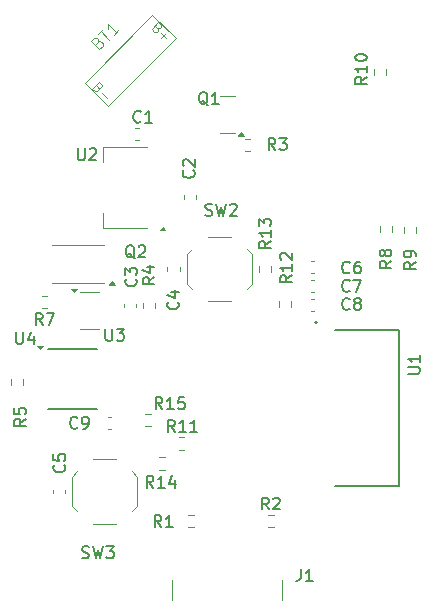
<source format=gbr>
%TF.GenerationSoftware,KiCad,Pcbnew,8.0.4*%
%TF.CreationDate,2024-08-11T09:47:25+05:30*%
%TF.ProjectId,Wrkshp_PCB_test,57726b73-6870-45f5-9043-425f74657374,rev?*%
%TF.SameCoordinates,Original*%
%TF.FileFunction,Legend,Top*%
%TF.FilePolarity,Positive*%
%FSLAX46Y46*%
G04 Gerber Fmt 4.6, Leading zero omitted, Abs format (unit mm)*
G04 Created by KiCad (PCBNEW 8.0.4) date 2024-08-11 09:47:25*
%MOMM*%
%LPD*%
G01*
G04 APERTURE LIST*
%ADD10C,0.150000*%
%ADD11C,0.100000*%
%ADD12C,0.120000*%
%ADD13C,0.127000*%
%ADD14C,0.200000*%
G04 APERTURE END LIST*
D10*
X154988419Y-71381857D02*
X154512228Y-71715190D01*
X154988419Y-71953285D02*
X153988419Y-71953285D01*
X153988419Y-71953285D02*
X153988419Y-71572333D01*
X153988419Y-71572333D02*
X154036038Y-71477095D01*
X154036038Y-71477095D02*
X154083657Y-71429476D01*
X154083657Y-71429476D02*
X154178895Y-71381857D01*
X154178895Y-71381857D02*
X154321752Y-71381857D01*
X154321752Y-71381857D02*
X154416990Y-71429476D01*
X154416990Y-71429476D02*
X154464609Y-71477095D01*
X154464609Y-71477095D02*
X154512228Y-71572333D01*
X154512228Y-71572333D02*
X154512228Y-71953285D01*
X154988419Y-70429476D02*
X154988419Y-71000904D01*
X154988419Y-70715190D02*
X153988419Y-70715190D01*
X153988419Y-70715190D02*
X154131276Y-70810428D01*
X154131276Y-70810428D02*
X154226514Y-70905666D01*
X154226514Y-70905666D02*
X154274133Y-71000904D01*
X153988419Y-69810428D02*
X153988419Y-69715190D01*
X153988419Y-69715190D02*
X154036038Y-69619952D01*
X154036038Y-69619952D02*
X154083657Y-69572333D01*
X154083657Y-69572333D02*
X154178895Y-69524714D01*
X154178895Y-69524714D02*
X154369371Y-69477095D01*
X154369371Y-69477095D02*
X154607466Y-69477095D01*
X154607466Y-69477095D02*
X154797942Y-69524714D01*
X154797942Y-69524714D02*
X154893180Y-69572333D01*
X154893180Y-69572333D02*
X154940800Y-69619952D01*
X154940800Y-69619952D02*
X154988419Y-69715190D01*
X154988419Y-69715190D02*
X154988419Y-69810428D01*
X154988419Y-69810428D02*
X154940800Y-69905666D01*
X154940800Y-69905666D02*
X154893180Y-69953285D01*
X154893180Y-69953285D02*
X154797942Y-70000904D01*
X154797942Y-70000904D02*
X154607466Y-70048523D01*
X154607466Y-70048523D02*
X154369371Y-70048523D01*
X154369371Y-70048523D02*
X154178895Y-70000904D01*
X154178895Y-70000904D02*
X154083657Y-69953285D01*
X154083657Y-69953285D02*
X154036038Y-69905666D01*
X154036038Y-69905666D02*
X153988419Y-69810428D01*
D11*
X132214069Y-68428238D02*
X132348756Y-68360895D01*
X132348756Y-68360895D02*
X132416100Y-68360895D01*
X132416100Y-68360895D02*
X132517115Y-68394567D01*
X132517115Y-68394567D02*
X132618130Y-68495582D01*
X132618130Y-68495582D02*
X132651802Y-68596597D01*
X132651802Y-68596597D02*
X132651802Y-68663941D01*
X132651802Y-68663941D02*
X132618130Y-68764956D01*
X132618130Y-68764956D02*
X132348756Y-69034330D01*
X132348756Y-69034330D02*
X131641650Y-68327223D01*
X131641650Y-68327223D02*
X131877352Y-68091521D01*
X131877352Y-68091521D02*
X131978367Y-68057849D01*
X131978367Y-68057849D02*
X132045711Y-68057849D01*
X132045711Y-68057849D02*
X132146726Y-68091521D01*
X132146726Y-68091521D02*
X132214069Y-68158864D01*
X132214069Y-68158864D02*
X132247741Y-68259880D01*
X132247741Y-68259880D02*
X132247741Y-68327223D01*
X132247741Y-68327223D02*
X132214069Y-68428238D01*
X132214069Y-68428238D02*
X131978367Y-68663941D01*
X132247741Y-67721132D02*
X132651802Y-67317071D01*
X133156878Y-68226208D02*
X132449772Y-67519101D01*
X133965001Y-67418086D02*
X133560940Y-67822147D01*
X133762970Y-67620116D02*
X133055863Y-66913009D01*
X133055863Y-66913009D02*
X133089535Y-67081368D01*
X133089535Y-67081368D02*
X133089535Y-67216055D01*
X133089535Y-67216055D02*
X133055863Y-67317070D01*
X137263521Y-67241363D02*
X137317395Y-67349112D01*
X137317395Y-67349112D02*
X137317395Y-67402987D01*
X137317395Y-67402987D02*
X137290458Y-67483799D01*
X137290458Y-67483799D02*
X137209646Y-67564611D01*
X137209646Y-67564611D02*
X137128834Y-67591549D01*
X137128834Y-67591549D02*
X137074959Y-67591549D01*
X137074959Y-67591549D02*
X136994147Y-67564611D01*
X136994147Y-67564611D02*
X136778647Y-67349112D01*
X136778647Y-67349112D02*
X137344333Y-66783427D01*
X137344333Y-66783427D02*
X137532895Y-66971989D01*
X137532895Y-66971989D02*
X137559832Y-67052801D01*
X137559832Y-67052801D02*
X137559832Y-67106676D01*
X137559832Y-67106676D02*
X137532895Y-67187488D01*
X137532895Y-67187488D02*
X137479020Y-67241363D01*
X137479020Y-67241363D02*
X137398208Y-67268300D01*
X137398208Y-67268300D02*
X137344333Y-67268300D01*
X137344333Y-67268300D02*
X137263521Y-67241363D01*
X137263521Y-67241363D02*
X137074959Y-67052801D01*
X137559832Y-67699298D02*
X137990830Y-68130297D01*
X137559832Y-68130297D02*
X137990830Y-67699298D01*
X132234578Y-72270307D02*
X132288452Y-72378056D01*
X132288452Y-72378056D02*
X132288452Y-72431931D01*
X132288452Y-72431931D02*
X132261515Y-72512743D01*
X132261515Y-72512743D02*
X132180703Y-72593555D01*
X132180703Y-72593555D02*
X132099891Y-72620493D01*
X132099891Y-72620493D02*
X132046016Y-72620493D01*
X132046016Y-72620493D02*
X131965204Y-72593555D01*
X131965204Y-72593555D02*
X131749704Y-72378056D01*
X131749704Y-72378056D02*
X132315390Y-71812371D01*
X132315390Y-71812371D02*
X132503952Y-72000933D01*
X132503952Y-72000933D02*
X132530889Y-72081745D01*
X132530889Y-72081745D02*
X132530889Y-72135620D01*
X132530889Y-72135620D02*
X132503952Y-72216432D01*
X132503952Y-72216432D02*
X132450077Y-72270307D01*
X132450077Y-72270307D02*
X132369265Y-72297244D01*
X132369265Y-72297244D02*
X132315390Y-72297244D01*
X132315390Y-72297244D02*
X132234578Y-72270307D01*
X132234578Y-72270307D02*
X132046016Y-72081745D01*
X132530889Y-72728242D02*
X132961887Y-73159241D01*
D10*
X126134019Y-100344266D02*
X125657828Y-100677599D01*
X126134019Y-100915694D02*
X125134019Y-100915694D01*
X125134019Y-100915694D02*
X125134019Y-100534742D01*
X125134019Y-100534742D02*
X125181638Y-100439504D01*
X125181638Y-100439504D02*
X125229257Y-100391885D01*
X125229257Y-100391885D02*
X125324495Y-100344266D01*
X125324495Y-100344266D02*
X125467352Y-100344266D01*
X125467352Y-100344266D02*
X125562590Y-100391885D01*
X125562590Y-100391885D02*
X125610209Y-100439504D01*
X125610209Y-100439504D02*
X125657828Y-100534742D01*
X125657828Y-100534742D02*
X125657828Y-100915694D01*
X125134019Y-99439504D02*
X125134019Y-99915694D01*
X125134019Y-99915694D02*
X125610209Y-99963313D01*
X125610209Y-99963313D02*
X125562590Y-99915694D01*
X125562590Y-99915694D02*
X125514971Y-99820456D01*
X125514971Y-99820456D02*
X125514971Y-99582361D01*
X125514971Y-99582361D02*
X125562590Y-99487123D01*
X125562590Y-99487123D02*
X125610209Y-99439504D01*
X125610209Y-99439504D02*
X125705447Y-99391885D01*
X125705447Y-99391885D02*
X125943542Y-99391885D01*
X125943542Y-99391885D02*
X126038780Y-99439504D01*
X126038780Y-99439504D02*
X126086400Y-99487123D01*
X126086400Y-99487123D02*
X126134019Y-99582361D01*
X126134019Y-99582361D02*
X126134019Y-99820456D01*
X126134019Y-99820456D02*
X126086400Y-99915694D01*
X126086400Y-99915694D02*
X126038780Y-99963313D01*
X130530695Y-77432819D02*
X130530695Y-78242342D01*
X130530695Y-78242342D02*
X130578314Y-78337580D01*
X130578314Y-78337580D02*
X130625933Y-78385200D01*
X130625933Y-78385200D02*
X130721171Y-78432819D01*
X130721171Y-78432819D02*
X130911647Y-78432819D01*
X130911647Y-78432819D02*
X131006885Y-78385200D01*
X131006885Y-78385200D02*
X131054504Y-78337580D01*
X131054504Y-78337580D02*
X131102123Y-78242342D01*
X131102123Y-78242342D02*
X131102123Y-77432819D01*
X131530695Y-77528057D02*
X131578314Y-77480438D01*
X131578314Y-77480438D02*
X131673552Y-77432819D01*
X131673552Y-77432819D02*
X131911647Y-77432819D01*
X131911647Y-77432819D02*
X132006885Y-77480438D01*
X132006885Y-77480438D02*
X132054504Y-77528057D01*
X132054504Y-77528057D02*
X132102123Y-77623295D01*
X132102123Y-77623295D02*
X132102123Y-77718533D01*
X132102123Y-77718533D02*
X132054504Y-77861390D01*
X132054504Y-77861390D02*
X131483076Y-78432819D01*
X131483076Y-78432819D02*
X132102123Y-78432819D01*
X137602933Y-109497019D02*
X137269600Y-109020828D01*
X137031505Y-109497019D02*
X137031505Y-108497019D01*
X137031505Y-108497019D02*
X137412457Y-108497019D01*
X137412457Y-108497019D02*
X137507695Y-108544638D01*
X137507695Y-108544638D02*
X137555314Y-108592257D01*
X137555314Y-108592257D02*
X137602933Y-108687495D01*
X137602933Y-108687495D02*
X137602933Y-108830352D01*
X137602933Y-108830352D02*
X137555314Y-108925590D01*
X137555314Y-108925590D02*
X137507695Y-108973209D01*
X137507695Y-108973209D02*
X137412457Y-109020828D01*
X137412457Y-109020828D02*
X137031505Y-109020828D01*
X138555314Y-109497019D02*
X137983886Y-109497019D01*
X138269600Y-109497019D02*
X138269600Y-108497019D01*
X138269600Y-108497019D02*
X138174362Y-108639876D01*
X138174362Y-108639876D02*
X138079124Y-108735114D01*
X138079124Y-108735114D02*
X137983886Y-108782733D01*
X146696133Y-108016219D02*
X146362800Y-107540028D01*
X146124705Y-108016219D02*
X146124705Y-107016219D01*
X146124705Y-107016219D02*
X146505657Y-107016219D01*
X146505657Y-107016219D02*
X146600895Y-107063838D01*
X146600895Y-107063838D02*
X146648514Y-107111457D01*
X146648514Y-107111457D02*
X146696133Y-107206695D01*
X146696133Y-107206695D02*
X146696133Y-107349552D01*
X146696133Y-107349552D02*
X146648514Y-107444790D01*
X146648514Y-107444790D02*
X146600895Y-107492409D01*
X146600895Y-107492409D02*
X146505657Y-107540028D01*
X146505657Y-107540028D02*
X146124705Y-107540028D01*
X147077086Y-107111457D02*
X147124705Y-107063838D01*
X147124705Y-107063838D02*
X147219943Y-107016219D01*
X147219943Y-107016219D02*
X147458038Y-107016219D01*
X147458038Y-107016219D02*
X147553276Y-107063838D01*
X147553276Y-107063838D02*
X147600895Y-107111457D01*
X147600895Y-107111457D02*
X147648514Y-107206695D01*
X147648514Y-107206695D02*
X147648514Y-107301933D01*
X147648514Y-107301933D02*
X147600895Y-107444790D01*
X147600895Y-107444790D02*
X147029467Y-108016219D01*
X147029467Y-108016219D02*
X147648514Y-108016219D01*
X158499819Y-96520704D02*
X159309342Y-96520704D01*
X159309342Y-96520704D02*
X159404580Y-96473085D01*
X159404580Y-96473085D02*
X159452200Y-96425466D01*
X159452200Y-96425466D02*
X159499819Y-96330228D01*
X159499819Y-96330228D02*
X159499819Y-96139752D01*
X159499819Y-96139752D02*
X159452200Y-96044514D01*
X159452200Y-96044514D02*
X159404580Y-95996895D01*
X159404580Y-95996895D02*
X159309342Y-95949276D01*
X159309342Y-95949276D02*
X158499819Y-95949276D01*
X159499819Y-94949276D02*
X159499819Y-95520704D01*
X159499819Y-95234990D02*
X158499819Y-95234990D01*
X158499819Y-95234990D02*
X158642676Y-95330228D01*
X158642676Y-95330228D02*
X158737914Y-95425466D01*
X158737914Y-95425466D02*
X158785533Y-95520704D01*
X129366180Y-104255866D02*
X129413800Y-104303485D01*
X129413800Y-104303485D02*
X129461419Y-104446342D01*
X129461419Y-104446342D02*
X129461419Y-104541580D01*
X129461419Y-104541580D02*
X129413800Y-104684437D01*
X129413800Y-104684437D02*
X129318561Y-104779675D01*
X129318561Y-104779675D02*
X129223323Y-104827294D01*
X129223323Y-104827294D02*
X129032847Y-104874913D01*
X129032847Y-104874913D02*
X128889990Y-104874913D01*
X128889990Y-104874913D02*
X128699514Y-104827294D01*
X128699514Y-104827294D02*
X128604276Y-104779675D01*
X128604276Y-104779675D02*
X128509038Y-104684437D01*
X128509038Y-104684437D02*
X128461419Y-104541580D01*
X128461419Y-104541580D02*
X128461419Y-104446342D01*
X128461419Y-104446342D02*
X128509038Y-104303485D01*
X128509038Y-104303485D02*
X128556657Y-104255866D01*
X128461419Y-103351104D02*
X128461419Y-103827294D01*
X128461419Y-103827294D02*
X128937609Y-103874913D01*
X128937609Y-103874913D02*
X128889990Y-103827294D01*
X128889990Y-103827294D02*
X128842371Y-103732056D01*
X128842371Y-103732056D02*
X128842371Y-103493961D01*
X128842371Y-103493961D02*
X128889990Y-103398723D01*
X128889990Y-103398723D02*
X128937609Y-103351104D01*
X128937609Y-103351104D02*
X129032847Y-103303485D01*
X129032847Y-103303485D02*
X129270942Y-103303485D01*
X129270942Y-103303485D02*
X129366180Y-103351104D01*
X129366180Y-103351104D02*
X129413800Y-103398723D01*
X129413800Y-103398723D02*
X129461419Y-103493961D01*
X129461419Y-103493961D02*
X129461419Y-103732056D01*
X129461419Y-103732056D02*
X129413800Y-103827294D01*
X129413800Y-103827294D02*
X129366180Y-103874913D01*
X137009819Y-88343066D02*
X136533628Y-88676399D01*
X137009819Y-88914494D02*
X136009819Y-88914494D01*
X136009819Y-88914494D02*
X136009819Y-88533542D01*
X136009819Y-88533542D02*
X136057438Y-88438304D01*
X136057438Y-88438304D02*
X136105057Y-88390685D01*
X136105057Y-88390685D02*
X136200295Y-88343066D01*
X136200295Y-88343066D02*
X136343152Y-88343066D01*
X136343152Y-88343066D02*
X136438390Y-88390685D01*
X136438390Y-88390685D02*
X136486009Y-88438304D01*
X136486009Y-88438304D02*
X136533628Y-88533542D01*
X136533628Y-88533542D02*
X136533628Y-88914494D01*
X136343152Y-87485923D02*
X137009819Y-87485923D01*
X135962200Y-87724018D02*
X136676485Y-87962113D01*
X136676485Y-87962113D02*
X136676485Y-87343066D01*
X130899067Y-112091000D02*
X131041924Y-112138619D01*
X131041924Y-112138619D02*
X131280019Y-112138619D01*
X131280019Y-112138619D02*
X131375257Y-112091000D01*
X131375257Y-112091000D02*
X131422876Y-112043380D01*
X131422876Y-112043380D02*
X131470495Y-111948142D01*
X131470495Y-111948142D02*
X131470495Y-111852904D01*
X131470495Y-111852904D02*
X131422876Y-111757666D01*
X131422876Y-111757666D02*
X131375257Y-111710047D01*
X131375257Y-111710047D02*
X131280019Y-111662428D01*
X131280019Y-111662428D02*
X131089543Y-111614809D01*
X131089543Y-111614809D02*
X130994305Y-111567190D01*
X130994305Y-111567190D02*
X130946686Y-111519571D01*
X130946686Y-111519571D02*
X130899067Y-111424333D01*
X130899067Y-111424333D02*
X130899067Y-111329095D01*
X130899067Y-111329095D02*
X130946686Y-111233857D01*
X130946686Y-111233857D02*
X130994305Y-111186238D01*
X130994305Y-111186238D02*
X131089543Y-111138619D01*
X131089543Y-111138619D02*
X131327638Y-111138619D01*
X131327638Y-111138619D02*
X131470495Y-111186238D01*
X131803829Y-111138619D02*
X132041924Y-112138619D01*
X132041924Y-112138619D02*
X132232400Y-111424333D01*
X132232400Y-111424333D02*
X132422876Y-112138619D01*
X132422876Y-112138619D02*
X132660972Y-111138619D01*
X132946686Y-111138619D02*
X133565733Y-111138619D01*
X133565733Y-111138619D02*
X133232400Y-111519571D01*
X133232400Y-111519571D02*
X133375257Y-111519571D01*
X133375257Y-111519571D02*
X133470495Y-111567190D01*
X133470495Y-111567190D02*
X133518114Y-111614809D01*
X133518114Y-111614809D02*
X133565733Y-111710047D01*
X133565733Y-111710047D02*
X133565733Y-111948142D01*
X133565733Y-111948142D02*
X133518114Y-112043380D01*
X133518114Y-112043380D02*
X133470495Y-112091000D01*
X133470495Y-112091000D02*
X133375257Y-112138619D01*
X133375257Y-112138619D02*
X133089543Y-112138619D01*
X133089543Y-112138619D02*
X132994305Y-112091000D01*
X132994305Y-112091000D02*
X132946686Y-112043380D01*
X132867495Y-92723619D02*
X132867495Y-93533142D01*
X132867495Y-93533142D02*
X132915114Y-93628380D01*
X132915114Y-93628380D02*
X132962733Y-93676000D01*
X132962733Y-93676000D02*
X133057971Y-93723619D01*
X133057971Y-93723619D02*
X133248447Y-93723619D01*
X133248447Y-93723619D02*
X133343685Y-93676000D01*
X133343685Y-93676000D02*
X133391304Y-93628380D01*
X133391304Y-93628380D02*
X133438923Y-93533142D01*
X133438923Y-93533142D02*
X133438923Y-92723619D01*
X133819876Y-92723619D02*
X134438923Y-92723619D01*
X134438923Y-92723619D02*
X134105590Y-93104571D01*
X134105590Y-93104571D02*
X134248447Y-93104571D01*
X134248447Y-93104571D02*
X134343685Y-93152190D01*
X134343685Y-93152190D02*
X134391304Y-93199809D01*
X134391304Y-93199809D02*
X134438923Y-93295047D01*
X134438923Y-93295047D02*
X134438923Y-93533142D01*
X134438923Y-93533142D02*
X134391304Y-93628380D01*
X134391304Y-93628380D02*
X134343685Y-93676000D01*
X134343685Y-93676000D02*
X134248447Y-93723619D01*
X134248447Y-93723619D02*
X133962733Y-93723619D01*
X133962733Y-93723619D02*
X133867495Y-93676000D01*
X133867495Y-93676000D02*
X133819876Y-93628380D01*
X125298295Y-93003019D02*
X125298295Y-93812542D01*
X125298295Y-93812542D02*
X125345914Y-93907780D01*
X125345914Y-93907780D02*
X125393533Y-93955400D01*
X125393533Y-93955400D02*
X125488771Y-94003019D01*
X125488771Y-94003019D02*
X125679247Y-94003019D01*
X125679247Y-94003019D02*
X125774485Y-93955400D01*
X125774485Y-93955400D02*
X125822104Y-93907780D01*
X125822104Y-93907780D02*
X125869723Y-93812542D01*
X125869723Y-93812542D02*
X125869723Y-93003019D01*
X126774485Y-93336352D02*
X126774485Y-94003019D01*
X126536390Y-92955400D02*
X126298295Y-93669685D01*
X126298295Y-93669685D02*
X126917342Y-93669685D01*
X136923542Y-106169619D02*
X136590209Y-105693428D01*
X136352114Y-106169619D02*
X136352114Y-105169619D01*
X136352114Y-105169619D02*
X136733066Y-105169619D01*
X136733066Y-105169619D02*
X136828304Y-105217238D01*
X136828304Y-105217238D02*
X136875923Y-105264857D01*
X136875923Y-105264857D02*
X136923542Y-105360095D01*
X136923542Y-105360095D02*
X136923542Y-105502952D01*
X136923542Y-105502952D02*
X136875923Y-105598190D01*
X136875923Y-105598190D02*
X136828304Y-105645809D01*
X136828304Y-105645809D02*
X136733066Y-105693428D01*
X136733066Y-105693428D02*
X136352114Y-105693428D01*
X137875923Y-106169619D02*
X137304495Y-106169619D01*
X137590209Y-106169619D02*
X137590209Y-105169619D01*
X137590209Y-105169619D02*
X137494971Y-105312476D01*
X137494971Y-105312476D02*
X137399733Y-105407714D01*
X137399733Y-105407714D02*
X137304495Y-105455333D01*
X138733066Y-105502952D02*
X138733066Y-106169619D01*
X138494971Y-105122000D02*
X138256876Y-105836285D01*
X138256876Y-105836285D02*
X138875923Y-105836285D01*
X141331467Y-83094600D02*
X141474324Y-83142219D01*
X141474324Y-83142219D02*
X141712419Y-83142219D01*
X141712419Y-83142219D02*
X141807657Y-83094600D01*
X141807657Y-83094600D02*
X141855276Y-83046980D01*
X141855276Y-83046980D02*
X141902895Y-82951742D01*
X141902895Y-82951742D02*
X141902895Y-82856504D01*
X141902895Y-82856504D02*
X141855276Y-82761266D01*
X141855276Y-82761266D02*
X141807657Y-82713647D01*
X141807657Y-82713647D02*
X141712419Y-82666028D01*
X141712419Y-82666028D02*
X141521943Y-82618409D01*
X141521943Y-82618409D02*
X141426705Y-82570790D01*
X141426705Y-82570790D02*
X141379086Y-82523171D01*
X141379086Y-82523171D02*
X141331467Y-82427933D01*
X141331467Y-82427933D02*
X141331467Y-82332695D01*
X141331467Y-82332695D02*
X141379086Y-82237457D01*
X141379086Y-82237457D02*
X141426705Y-82189838D01*
X141426705Y-82189838D02*
X141521943Y-82142219D01*
X141521943Y-82142219D02*
X141760038Y-82142219D01*
X141760038Y-82142219D02*
X141902895Y-82189838D01*
X142236229Y-82142219D02*
X142474324Y-83142219D01*
X142474324Y-83142219D02*
X142664800Y-82427933D01*
X142664800Y-82427933D02*
X142855276Y-83142219D01*
X142855276Y-83142219D02*
X143093372Y-82142219D01*
X143426705Y-82237457D02*
X143474324Y-82189838D01*
X143474324Y-82189838D02*
X143569562Y-82142219D01*
X143569562Y-82142219D02*
X143807657Y-82142219D01*
X143807657Y-82142219D02*
X143902895Y-82189838D01*
X143902895Y-82189838D02*
X143950514Y-82237457D01*
X143950514Y-82237457D02*
X143998133Y-82332695D01*
X143998133Y-82332695D02*
X143998133Y-82427933D01*
X143998133Y-82427933D02*
X143950514Y-82570790D01*
X143950514Y-82570790D02*
X143379086Y-83142219D01*
X143379086Y-83142219D02*
X143998133Y-83142219D01*
X153528733Y-89475480D02*
X153481114Y-89523100D01*
X153481114Y-89523100D02*
X153338257Y-89570719D01*
X153338257Y-89570719D02*
X153243019Y-89570719D01*
X153243019Y-89570719D02*
X153100162Y-89523100D01*
X153100162Y-89523100D02*
X153004924Y-89427861D01*
X153004924Y-89427861D02*
X152957305Y-89332623D01*
X152957305Y-89332623D02*
X152909686Y-89142147D01*
X152909686Y-89142147D02*
X152909686Y-88999290D01*
X152909686Y-88999290D02*
X152957305Y-88808814D01*
X152957305Y-88808814D02*
X153004924Y-88713576D01*
X153004924Y-88713576D02*
X153100162Y-88618338D01*
X153100162Y-88618338D02*
X153243019Y-88570719D01*
X153243019Y-88570719D02*
X153338257Y-88570719D01*
X153338257Y-88570719D02*
X153481114Y-88618338D01*
X153481114Y-88618338D02*
X153528733Y-88665957D01*
X153862067Y-88570719D02*
X154528733Y-88570719D01*
X154528733Y-88570719D02*
X154100162Y-89570719D01*
X157071219Y-86958466D02*
X156595028Y-87291799D01*
X157071219Y-87529894D02*
X156071219Y-87529894D01*
X156071219Y-87529894D02*
X156071219Y-87148942D01*
X156071219Y-87148942D02*
X156118838Y-87053704D01*
X156118838Y-87053704D02*
X156166457Y-87006085D01*
X156166457Y-87006085D02*
X156261695Y-86958466D01*
X156261695Y-86958466D02*
X156404552Y-86958466D01*
X156404552Y-86958466D02*
X156499790Y-87006085D01*
X156499790Y-87006085D02*
X156547409Y-87053704D01*
X156547409Y-87053704D02*
X156595028Y-87148942D01*
X156595028Y-87148942D02*
X156595028Y-87529894D01*
X156499790Y-86387037D02*
X156452171Y-86482275D01*
X156452171Y-86482275D02*
X156404552Y-86529894D01*
X156404552Y-86529894D02*
X156309314Y-86577513D01*
X156309314Y-86577513D02*
X156261695Y-86577513D01*
X156261695Y-86577513D02*
X156166457Y-86529894D01*
X156166457Y-86529894D02*
X156118838Y-86482275D01*
X156118838Y-86482275D02*
X156071219Y-86387037D01*
X156071219Y-86387037D02*
X156071219Y-86196561D01*
X156071219Y-86196561D02*
X156118838Y-86101323D01*
X156118838Y-86101323D02*
X156166457Y-86053704D01*
X156166457Y-86053704D02*
X156261695Y-86006085D01*
X156261695Y-86006085D02*
X156309314Y-86006085D01*
X156309314Y-86006085D02*
X156404552Y-86053704D01*
X156404552Y-86053704D02*
X156452171Y-86101323D01*
X156452171Y-86101323D02*
X156499790Y-86196561D01*
X156499790Y-86196561D02*
X156499790Y-86387037D01*
X156499790Y-86387037D02*
X156547409Y-86482275D01*
X156547409Y-86482275D02*
X156595028Y-86529894D01*
X156595028Y-86529894D02*
X156690266Y-86577513D01*
X156690266Y-86577513D02*
X156880742Y-86577513D01*
X156880742Y-86577513D02*
X156975980Y-86529894D01*
X156975980Y-86529894D02*
X157023600Y-86482275D01*
X157023600Y-86482275D02*
X157071219Y-86387037D01*
X157071219Y-86387037D02*
X157071219Y-86196561D01*
X157071219Y-86196561D02*
X157023600Y-86101323D01*
X157023600Y-86101323D02*
X156975980Y-86053704D01*
X156975980Y-86053704D02*
X156880742Y-86006085D01*
X156880742Y-86006085D02*
X156690266Y-86006085D01*
X156690266Y-86006085D02*
X156595028Y-86053704D01*
X156595028Y-86053704D02*
X156547409Y-86101323D01*
X156547409Y-86101323D02*
X156499790Y-86196561D01*
X135337561Y-86757657D02*
X135242323Y-86710038D01*
X135242323Y-86710038D02*
X135147085Y-86614800D01*
X135147085Y-86614800D02*
X135004228Y-86471942D01*
X135004228Y-86471942D02*
X134908990Y-86424323D01*
X134908990Y-86424323D02*
X134813752Y-86424323D01*
X134861371Y-86662419D02*
X134766133Y-86614800D01*
X134766133Y-86614800D02*
X134670895Y-86519561D01*
X134670895Y-86519561D02*
X134623276Y-86329085D01*
X134623276Y-86329085D02*
X134623276Y-85995752D01*
X134623276Y-85995752D02*
X134670895Y-85805276D01*
X134670895Y-85805276D02*
X134766133Y-85710038D01*
X134766133Y-85710038D02*
X134861371Y-85662419D01*
X134861371Y-85662419D02*
X135051847Y-85662419D01*
X135051847Y-85662419D02*
X135147085Y-85710038D01*
X135147085Y-85710038D02*
X135242323Y-85805276D01*
X135242323Y-85805276D02*
X135289942Y-85995752D01*
X135289942Y-85995752D02*
X135289942Y-86329085D01*
X135289942Y-86329085D02*
X135242323Y-86519561D01*
X135242323Y-86519561D02*
X135147085Y-86614800D01*
X135147085Y-86614800D02*
X135051847Y-86662419D01*
X135051847Y-86662419D02*
X134861371Y-86662419D01*
X135670895Y-85757657D02*
X135718514Y-85710038D01*
X135718514Y-85710038D02*
X135813752Y-85662419D01*
X135813752Y-85662419D02*
X136051847Y-85662419D01*
X136051847Y-85662419D02*
X136147085Y-85710038D01*
X136147085Y-85710038D02*
X136194704Y-85757657D01*
X136194704Y-85757657D02*
X136242323Y-85852895D01*
X136242323Y-85852895D02*
X136242323Y-85948133D01*
X136242323Y-85948133D02*
X136194704Y-86090990D01*
X136194704Y-86090990D02*
X135623276Y-86662419D01*
X135623276Y-86662419D02*
X136242323Y-86662419D01*
X140313580Y-79313066D02*
X140361200Y-79360685D01*
X140361200Y-79360685D02*
X140408819Y-79503542D01*
X140408819Y-79503542D02*
X140408819Y-79598780D01*
X140408819Y-79598780D02*
X140361200Y-79741637D01*
X140361200Y-79741637D02*
X140265961Y-79836875D01*
X140265961Y-79836875D02*
X140170723Y-79884494D01*
X140170723Y-79884494D02*
X139980247Y-79932113D01*
X139980247Y-79932113D02*
X139837390Y-79932113D01*
X139837390Y-79932113D02*
X139646914Y-79884494D01*
X139646914Y-79884494D02*
X139551676Y-79836875D01*
X139551676Y-79836875D02*
X139456438Y-79741637D01*
X139456438Y-79741637D02*
X139408819Y-79598780D01*
X139408819Y-79598780D02*
X139408819Y-79503542D01*
X139408819Y-79503542D02*
X139456438Y-79360685D01*
X139456438Y-79360685D02*
X139504057Y-79313066D01*
X139504057Y-78932113D02*
X139456438Y-78884494D01*
X139456438Y-78884494D02*
X139408819Y-78789256D01*
X139408819Y-78789256D02*
X139408819Y-78551161D01*
X139408819Y-78551161D02*
X139456438Y-78455923D01*
X139456438Y-78455923D02*
X139504057Y-78408304D01*
X139504057Y-78408304D02*
X139599295Y-78360685D01*
X139599295Y-78360685D02*
X139694533Y-78360685D01*
X139694533Y-78360685D02*
X139837390Y-78408304D01*
X139837390Y-78408304D02*
X140408819Y-78979732D01*
X140408819Y-78979732D02*
X140408819Y-78360685D01*
X147254933Y-77569219D02*
X146921600Y-77093028D01*
X146683505Y-77569219D02*
X146683505Y-76569219D01*
X146683505Y-76569219D02*
X147064457Y-76569219D01*
X147064457Y-76569219D02*
X147159695Y-76616838D01*
X147159695Y-76616838D02*
X147207314Y-76664457D01*
X147207314Y-76664457D02*
X147254933Y-76759695D01*
X147254933Y-76759695D02*
X147254933Y-76902552D01*
X147254933Y-76902552D02*
X147207314Y-76997790D01*
X147207314Y-76997790D02*
X147159695Y-77045409D01*
X147159695Y-77045409D02*
X147064457Y-77093028D01*
X147064457Y-77093028D02*
X146683505Y-77093028D01*
X147588267Y-76569219D02*
X148207314Y-76569219D01*
X148207314Y-76569219D02*
X147873981Y-76950171D01*
X147873981Y-76950171D02*
X148016838Y-76950171D01*
X148016838Y-76950171D02*
X148112076Y-76997790D01*
X148112076Y-76997790D02*
X148159695Y-77045409D01*
X148159695Y-77045409D02*
X148207314Y-77140647D01*
X148207314Y-77140647D02*
X148207314Y-77378742D01*
X148207314Y-77378742D02*
X148159695Y-77473980D01*
X148159695Y-77473980D02*
X148112076Y-77521600D01*
X148112076Y-77521600D02*
X148016838Y-77569219D01*
X148016838Y-77569219D02*
X147731124Y-77569219D01*
X147731124Y-77569219D02*
X147635886Y-77521600D01*
X147635886Y-77521600D02*
X147588267Y-77473980D01*
X127544533Y-92402819D02*
X127211200Y-91926628D01*
X126973105Y-92402819D02*
X126973105Y-91402819D01*
X126973105Y-91402819D02*
X127354057Y-91402819D01*
X127354057Y-91402819D02*
X127449295Y-91450438D01*
X127449295Y-91450438D02*
X127496914Y-91498057D01*
X127496914Y-91498057D02*
X127544533Y-91593295D01*
X127544533Y-91593295D02*
X127544533Y-91736152D01*
X127544533Y-91736152D02*
X127496914Y-91831390D01*
X127496914Y-91831390D02*
X127449295Y-91879009D01*
X127449295Y-91879009D02*
X127354057Y-91926628D01*
X127354057Y-91926628D02*
X126973105Y-91926628D01*
X127877867Y-91402819D02*
X128544533Y-91402819D01*
X128544533Y-91402819D02*
X128115962Y-92402819D01*
X135431280Y-88499366D02*
X135478900Y-88546985D01*
X135478900Y-88546985D02*
X135526519Y-88689842D01*
X135526519Y-88689842D02*
X135526519Y-88785080D01*
X135526519Y-88785080D02*
X135478900Y-88927937D01*
X135478900Y-88927937D02*
X135383661Y-89023175D01*
X135383661Y-89023175D02*
X135288423Y-89070794D01*
X135288423Y-89070794D02*
X135097947Y-89118413D01*
X135097947Y-89118413D02*
X134955090Y-89118413D01*
X134955090Y-89118413D02*
X134764614Y-89070794D01*
X134764614Y-89070794D02*
X134669376Y-89023175D01*
X134669376Y-89023175D02*
X134574138Y-88927937D01*
X134574138Y-88927937D02*
X134526519Y-88785080D01*
X134526519Y-88785080D02*
X134526519Y-88689842D01*
X134526519Y-88689842D02*
X134574138Y-88546985D01*
X134574138Y-88546985D02*
X134621757Y-88499366D01*
X134526519Y-88166032D02*
X134526519Y-87546985D01*
X134526519Y-87546985D02*
X134907471Y-87880318D01*
X134907471Y-87880318D02*
X134907471Y-87737461D01*
X134907471Y-87737461D02*
X134955090Y-87642223D01*
X134955090Y-87642223D02*
X135002709Y-87594604D01*
X135002709Y-87594604D02*
X135097947Y-87546985D01*
X135097947Y-87546985D02*
X135336042Y-87546985D01*
X135336042Y-87546985D02*
X135431280Y-87594604D01*
X135431280Y-87594604D02*
X135478900Y-87642223D01*
X135478900Y-87642223D02*
X135526519Y-87737461D01*
X135526519Y-87737461D02*
X135526519Y-88023175D01*
X135526519Y-88023175D02*
X135478900Y-88118413D01*
X135478900Y-88118413D02*
X135431280Y-88166032D01*
X146878819Y-85298257D02*
X146402628Y-85631590D01*
X146878819Y-85869685D02*
X145878819Y-85869685D01*
X145878819Y-85869685D02*
X145878819Y-85488733D01*
X145878819Y-85488733D02*
X145926438Y-85393495D01*
X145926438Y-85393495D02*
X145974057Y-85345876D01*
X145974057Y-85345876D02*
X146069295Y-85298257D01*
X146069295Y-85298257D02*
X146212152Y-85298257D01*
X146212152Y-85298257D02*
X146307390Y-85345876D01*
X146307390Y-85345876D02*
X146355009Y-85393495D01*
X146355009Y-85393495D02*
X146402628Y-85488733D01*
X146402628Y-85488733D02*
X146402628Y-85869685D01*
X146878819Y-84345876D02*
X146878819Y-84917304D01*
X146878819Y-84631590D02*
X145878819Y-84631590D01*
X145878819Y-84631590D02*
X146021676Y-84726828D01*
X146021676Y-84726828D02*
X146116914Y-84822066D01*
X146116914Y-84822066D02*
X146164533Y-84917304D01*
X145878819Y-84012542D02*
X145878819Y-83393495D01*
X145878819Y-83393495D02*
X146259771Y-83726828D01*
X146259771Y-83726828D02*
X146259771Y-83583971D01*
X146259771Y-83583971D02*
X146307390Y-83488733D01*
X146307390Y-83488733D02*
X146355009Y-83441114D01*
X146355009Y-83441114D02*
X146450247Y-83393495D01*
X146450247Y-83393495D02*
X146688342Y-83393495D01*
X146688342Y-83393495D02*
X146783580Y-83441114D01*
X146783580Y-83441114D02*
X146831200Y-83488733D01*
X146831200Y-83488733D02*
X146878819Y-83583971D01*
X146878819Y-83583971D02*
X146878819Y-83869685D01*
X146878819Y-83869685D02*
X146831200Y-83964923D01*
X146831200Y-83964923D02*
X146783580Y-84012542D01*
X130490933Y-101070580D02*
X130443314Y-101118200D01*
X130443314Y-101118200D02*
X130300457Y-101165819D01*
X130300457Y-101165819D02*
X130205219Y-101165819D01*
X130205219Y-101165819D02*
X130062362Y-101118200D01*
X130062362Y-101118200D02*
X129967124Y-101022961D01*
X129967124Y-101022961D02*
X129919505Y-100927723D01*
X129919505Y-100927723D02*
X129871886Y-100737247D01*
X129871886Y-100737247D02*
X129871886Y-100594390D01*
X129871886Y-100594390D02*
X129919505Y-100403914D01*
X129919505Y-100403914D02*
X129967124Y-100308676D01*
X129967124Y-100308676D02*
X130062362Y-100213438D01*
X130062362Y-100213438D02*
X130205219Y-100165819D01*
X130205219Y-100165819D02*
X130300457Y-100165819D01*
X130300457Y-100165819D02*
X130443314Y-100213438D01*
X130443314Y-100213438D02*
X130490933Y-100261057D01*
X130967124Y-101165819D02*
X131157600Y-101165819D01*
X131157600Y-101165819D02*
X131252838Y-101118200D01*
X131252838Y-101118200D02*
X131300457Y-101070580D01*
X131300457Y-101070580D02*
X131395695Y-100927723D01*
X131395695Y-100927723D02*
X131443314Y-100737247D01*
X131443314Y-100737247D02*
X131443314Y-100356295D01*
X131443314Y-100356295D02*
X131395695Y-100261057D01*
X131395695Y-100261057D02*
X131348076Y-100213438D01*
X131348076Y-100213438D02*
X131252838Y-100165819D01*
X131252838Y-100165819D02*
X131062362Y-100165819D01*
X131062362Y-100165819D02*
X130967124Y-100213438D01*
X130967124Y-100213438D02*
X130919505Y-100261057D01*
X130919505Y-100261057D02*
X130871886Y-100356295D01*
X130871886Y-100356295D02*
X130871886Y-100594390D01*
X130871886Y-100594390D02*
X130919505Y-100689628D01*
X130919505Y-100689628D02*
X130967124Y-100737247D01*
X130967124Y-100737247D02*
X131062362Y-100784866D01*
X131062362Y-100784866D02*
X131252838Y-100784866D01*
X131252838Y-100784866D02*
X131348076Y-100737247D01*
X131348076Y-100737247D02*
X131395695Y-100689628D01*
X131395695Y-100689628D02*
X131443314Y-100594390D01*
X137685542Y-99514819D02*
X137352209Y-99038628D01*
X137114114Y-99514819D02*
X137114114Y-98514819D01*
X137114114Y-98514819D02*
X137495066Y-98514819D01*
X137495066Y-98514819D02*
X137590304Y-98562438D01*
X137590304Y-98562438D02*
X137637923Y-98610057D01*
X137637923Y-98610057D02*
X137685542Y-98705295D01*
X137685542Y-98705295D02*
X137685542Y-98848152D01*
X137685542Y-98848152D02*
X137637923Y-98943390D01*
X137637923Y-98943390D02*
X137590304Y-98991009D01*
X137590304Y-98991009D02*
X137495066Y-99038628D01*
X137495066Y-99038628D02*
X137114114Y-99038628D01*
X138637923Y-99514819D02*
X138066495Y-99514819D01*
X138352209Y-99514819D02*
X138352209Y-98514819D01*
X138352209Y-98514819D02*
X138256971Y-98657676D01*
X138256971Y-98657676D02*
X138161733Y-98752914D01*
X138161733Y-98752914D02*
X138066495Y-98800533D01*
X139542685Y-98514819D02*
X139066495Y-98514819D01*
X139066495Y-98514819D02*
X139018876Y-98991009D01*
X139018876Y-98991009D02*
X139066495Y-98943390D01*
X139066495Y-98943390D02*
X139161733Y-98895771D01*
X139161733Y-98895771D02*
X139399828Y-98895771D01*
X139399828Y-98895771D02*
X139495066Y-98943390D01*
X139495066Y-98943390D02*
X139542685Y-98991009D01*
X139542685Y-98991009D02*
X139590304Y-99086247D01*
X139590304Y-99086247D02*
X139590304Y-99324342D01*
X139590304Y-99324342D02*
X139542685Y-99419580D01*
X139542685Y-99419580D02*
X139495066Y-99467200D01*
X139495066Y-99467200D02*
X139399828Y-99514819D01*
X139399828Y-99514819D02*
X139161733Y-99514819D01*
X139161733Y-99514819D02*
X139066495Y-99467200D01*
X139066495Y-99467200D02*
X139018876Y-99419580D01*
X138726942Y-101445219D02*
X138393609Y-100969028D01*
X138155514Y-101445219D02*
X138155514Y-100445219D01*
X138155514Y-100445219D02*
X138536466Y-100445219D01*
X138536466Y-100445219D02*
X138631704Y-100492838D01*
X138631704Y-100492838D02*
X138679323Y-100540457D01*
X138679323Y-100540457D02*
X138726942Y-100635695D01*
X138726942Y-100635695D02*
X138726942Y-100778552D01*
X138726942Y-100778552D02*
X138679323Y-100873790D01*
X138679323Y-100873790D02*
X138631704Y-100921409D01*
X138631704Y-100921409D02*
X138536466Y-100969028D01*
X138536466Y-100969028D02*
X138155514Y-100969028D01*
X139679323Y-101445219D02*
X139107895Y-101445219D01*
X139393609Y-101445219D02*
X139393609Y-100445219D01*
X139393609Y-100445219D02*
X139298371Y-100588076D01*
X139298371Y-100588076D02*
X139203133Y-100683314D01*
X139203133Y-100683314D02*
X139107895Y-100730933D01*
X140631704Y-101445219D02*
X140060276Y-101445219D01*
X140345990Y-101445219D02*
X140345990Y-100445219D01*
X140345990Y-100445219D02*
X140250752Y-100588076D01*
X140250752Y-100588076D02*
X140155514Y-100683314D01*
X140155514Y-100683314D02*
X140060276Y-100730933D01*
X153528733Y-91012180D02*
X153481114Y-91059800D01*
X153481114Y-91059800D02*
X153338257Y-91107419D01*
X153338257Y-91107419D02*
X153243019Y-91107419D01*
X153243019Y-91107419D02*
X153100162Y-91059800D01*
X153100162Y-91059800D02*
X153004924Y-90964561D01*
X153004924Y-90964561D02*
X152957305Y-90869323D01*
X152957305Y-90869323D02*
X152909686Y-90678847D01*
X152909686Y-90678847D02*
X152909686Y-90535990D01*
X152909686Y-90535990D02*
X152957305Y-90345514D01*
X152957305Y-90345514D02*
X153004924Y-90250276D01*
X153004924Y-90250276D02*
X153100162Y-90155038D01*
X153100162Y-90155038D02*
X153243019Y-90107419D01*
X153243019Y-90107419D02*
X153338257Y-90107419D01*
X153338257Y-90107419D02*
X153481114Y-90155038D01*
X153481114Y-90155038D02*
X153528733Y-90202657D01*
X154100162Y-90535990D02*
X154004924Y-90488371D01*
X154004924Y-90488371D02*
X153957305Y-90440752D01*
X153957305Y-90440752D02*
X153909686Y-90345514D01*
X153909686Y-90345514D02*
X153909686Y-90297895D01*
X153909686Y-90297895D02*
X153957305Y-90202657D01*
X153957305Y-90202657D02*
X154004924Y-90155038D01*
X154004924Y-90155038D02*
X154100162Y-90107419D01*
X154100162Y-90107419D02*
X154290638Y-90107419D01*
X154290638Y-90107419D02*
X154385876Y-90155038D01*
X154385876Y-90155038D02*
X154433495Y-90202657D01*
X154433495Y-90202657D02*
X154481114Y-90297895D01*
X154481114Y-90297895D02*
X154481114Y-90345514D01*
X154481114Y-90345514D02*
X154433495Y-90440752D01*
X154433495Y-90440752D02*
X154385876Y-90488371D01*
X154385876Y-90488371D02*
X154290638Y-90535990D01*
X154290638Y-90535990D02*
X154100162Y-90535990D01*
X154100162Y-90535990D02*
X154004924Y-90583609D01*
X154004924Y-90583609D02*
X153957305Y-90631228D01*
X153957305Y-90631228D02*
X153909686Y-90726466D01*
X153909686Y-90726466D02*
X153909686Y-90916942D01*
X153909686Y-90916942D02*
X153957305Y-91012180D01*
X153957305Y-91012180D02*
X154004924Y-91059800D01*
X154004924Y-91059800D02*
X154100162Y-91107419D01*
X154100162Y-91107419D02*
X154290638Y-91107419D01*
X154290638Y-91107419D02*
X154385876Y-91059800D01*
X154385876Y-91059800D02*
X154433495Y-91012180D01*
X154433495Y-91012180D02*
X154481114Y-90916942D01*
X154481114Y-90916942D02*
X154481114Y-90726466D01*
X154481114Y-90726466D02*
X154433495Y-90631228D01*
X154433495Y-90631228D02*
X154385876Y-90583609D01*
X154385876Y-90583609D02*
X154290638Y-90535990D01*
X153528733Y-87938780D02*
X153481114Y-87986400D01*
X153481114Y-87986400D02*
X153338257Y-88034019D01*
X153338257Y-88034019D02*
X153243019Y-88034019D01*
X153243019Y-88034019D02*
X153100162Y-87986400D01*
X153100162Y-87986400D02*
X153004924Y-87891161D01*
X153004924Y-87891161D02*
X152957305Y-87795923D01*
X152957305Y-87795923D02*
X152909686Y-87605447D01*
X152909686Y-87605447D02*
X152909686Y-87462590D01*
X152909686Y-87462590D02*
X152957305Y-87272114D01*
X152957305Y-87272114D02*
X153004924Y-87176876D01*
X153004924Y-87176876D02*
X153100162Y-87081638D01*
X153100162Y-87081638D02*
X153243019Y-87034019D01*
X153243019Y-87034019D02*
X153338257Y-87034019D01*
X153338257Y-87034019D02*
X153481114Y-87081638D01*
X153481114Y-87081638D02*
X153528733Y-87129257D01*
X154385876Y-87034019D02*
X154195400Y-87034019D01*
X154195400Y-87034019D02*
X154100162Y-87081638D01*
X154100162Y-87081638D02*
X154052543Y-87129257D01*
X154052543Y-87129257D02*
X153957305Y-87272114D01*
X153957305Y-87272114D02*
X153909686Y-87462590D01*
X153909686Y-87462590D02*
X153909686Y-87843542D01*
X153909686Y-87843542D02*
X153957305Y-87938780D01*
X153957305Y-87938780D02*
X154004924Y-87986400D01*
X154004924Y-87986400D02*
X154100162Y-88034019D01*
X154100162Y-88034019D02*
X154290638Y-88034019D01*
X154290638Y-88034019D02*
X154385876Y-87986400D01*
X154385876Y-87986400D02*
X154433495Y-87938780D01*
X154433495Y-87938780D02*
X154481114Y-87843542D01*
X154481114Y-87843542D02*
X154481114Y-87605447D01*
X154481114Y-87605447D02*
X154433495Y-87510209D01*
X154433495Y-87510209D02*
X154385876Y-87462590D01*
X154385876Y-87462590D02*
X154290638Y-87414971D01*
X154290638Y-87414971D02*
X154100162Y-87414971D01*
X154100162Y-87414971D02*
X154004924Y-87462590D01*
X154004924Y-87462590D02*
X153957305Y-87510209D01*
X153957305Y-87510209D02*
X153909686Y-87605447D01*
X149399666Y-113069019D02*
X149399666Y-113783304D01*
X149399666Y-113783304D02*
X149352047Y-113926161D01*
X149352047Y-113926161D02*
X149256809Y-114021400D01*
X149256809Y-114021400D02*
X149113952Y-114069019D01*
X149113952Y-114069019D02*
X149018714Y-114069019D01*
X150399666Y-114069019D02*
X149828238Y-114069019D01*
X150113952Y-114069019D02*
X150113952Y-113069019D01*
X150113952Y-113069019D02*
X150018714Y-113211876D01*
X150018714Y-113211876D02*
X149923476Y-113307114D01*
X149923476Y-113307114D02*
X149828238Y-113354733D01*
X148638419Y-88196657D02*
X148162228Y-88529990D01*
X148638419Y-88768085D02*
X147638419Y-88768085D01*
X147638419Y-88768085D02*
X147638419Y-88387133D01*
X147638419Y-88387133D02*
X147686038Y-88291895D01*
X147686038Y-88291895D02*
X147733657Y-88244276D01*
X147733657Y-88244276D02*
X147828895Y-88196657D01*
X147828895Y-88196657D02*
X147971752Y-88196657D01*
X147971752Y-88196657D02*
X148066990Y-88244276D01*
X148066990Y-88244276D02*
X148114609Y-88291895D01*
X148114609Y-88291895D02*
X148162228Y-88387133D01*
X148162228Y-88387133D02*
X148162228Y-88768085D01*
X148638419Y-87244276D02*
X148638419Y-87815704D01*
X148638419Y-87529990D02*
X147638419Y-87529990D01*
X147638419Y-87529990D02*
X147781276Y-87625228D01*
X147781276Y-87625228D02*
X147876514Y-87720466D01*
X147876514Y-87720466D02*
X147924133Y-87815704D01*
X147733657Y-86863323D02*
X147686038Y-86815704D01*
X147686038Y-86815704D02*
X147638419Y-86720466D01*
X147638419Y-86720466D02*
X147638419Y-86482371D01*
X147638419Y-86482371D02*
X147686038Y-86387133D01*
X147686038Y-86387133D02*
X147733657Y-86339514D01*
X147733657Y-86339514D02*
X147828895Y-86291895D01*
X147828895Y-86291895D02*
X147924133Y-86291895D01*
X147924133Y-86291895D02*
X148066990Y-86339514D01*
X148066990Y-86339514D02*
X148638419Y-86910942D01*
X148638419Y-86910942D02*
X148638419Y-86291895D01*
X159128619Y-87060066D02*
X158652428Y-87393399D01*
X159128619Y-87631494D02*
X158128619Y-87631494D01*
X158128619Y-87631494D02*
X158128619Y-87250542D01*
X158128619Y-87250542D02*
X158176238Y-87155304D01*
X158176238Y-87155304D02*
X158223857Y-87107685D01*
X158223857Y-87107685D02*
X158319095Y-87060066D01*
X158319095Y-87060066D02*
X158461952Y-87060066D01*
X158461952Y-87060066D02*
X158557190Y-87107685D01*
X158557190Y-87107685D02*
X158604809Y-87155304D01*
X158604809Y-87155304D02*
X158652428Y-87250542D01*
X158652428Y-87250542D02*
X158652428Y-87631494D01*
X159128619Y-86583875D02*
X159128619Y-86393399D01*
X159128619Y-86393399D02*
X159081000Y-86298161D01*
X159081000Y-86298161D02*
X159033380Y-86250542D01*
X159033380Y-86250542D02*
X158890523Y-86155304D01*
X158890523Y-86155304D02*
X158700047Y-86107685D01*
X158700047Y-86107685D02*
X158319095Y-86107685D01*
X158319095Y-86107685D02*
X158223857Y-86155304D01*
X158223857Y-86155304D02*
X158176238Y-86202923D01*
X158176238Y-86202923D02*
X158128619Y-86298161D01*
X158128619Y-86298161D02*
X158128619Y-86488637D01*
X158128619Y-86488637D02*
X158176238Y-86583875D01*
X158176238Y-86583875D02*
X158223857Y-86631494D01*
X158223857Y-86631494D02*
X158319095Y-86679113D01*
X158319095Y-86679113D02*
X158557190Y-86679113D01*
X158557190Y-86679113D02*
X158652428Y-86631494D01*
X158652428Y-86631494D02*
X158700047Y-86583875D01*
X158700047Y-86583875D02*
X158747666Y-86488637D01*
X158747666Y-86488637D02*
X158747666Y-86298161D01*
X158747666Y-86298161D02*
X158700047Y-86202923D01*
X158700047Y-86202923D02*
X158652428Y-86155304D01*
X158652428Y-86155304D02*
X158557190Y-86107685D01*
X141535161Y-73778257D02*
X141439923Y-73730638D01*
X141439923Y-73730638D02*
X141344685Y-73635400D01*
X141344685Y-73635400D02*
X141201828Y-73492542D01*
X141201828Y-73492542D02*
X141106590Y-73444923D01*
X141106590Y-73444923D02*
X141011352Y-73444923D01*
X141058971Y-73683019D02*
X140963733Y-73635400D01*
X140963733Y-73635400D02*
X140868495Y-73540161D01*
X140868495Y-73540161D02*
X140820876Y-73349685D01*
X140820876Y-73349685D02*
X140820876Y-73016352D01*
X140820876Y-73016352D02*
X140868495Y-72825876D01*
X140868495Y-72825876D02*
X140963733Y-72730638D01*
X140963733Y-72730638D02*
X141058971Y-72683019D01*
X141058971Y-72683019D02*
X141249447Y-72683019D01*
X141249447Y-72683019D02*
X141344685Y-72730638D01*
X141344685Y-72730638D02*
X141439923Y-72825876D01*
X141439923Y-72825876D02*
X141487542Y-73016352D01*
X141487542Y-73016352D02*
X141487542Y-73349685D01*
X141487542Y-73349685D02*
X141439923Y-73540161D01*
X141439923Y-73540161D02*
X141344685Y-73635400D01*
X141344685Y-73635400D02*
X141249447Y-73683019D01*
X141249447Y-73683019D02*
X141058971Y-73683019D01*
X142439923Y-73683019D02*
X141868495Y-73683019D01*
X142154209Y-73683019D02*
X142154209Y-72683019D01*
X142154209Y-72683019D02*
X142058971Y-72825876D01*
X142058971Y-72825876D02*
X141963733Y-72921114D01*
X141963733Y-72921114D02*
X141868495Y-72968733D01*
X135850333Y-75162580D02*
X135802714Y-75210200D01*
X135802714Y-75210200D02*
X135659857Y-75257819D01*
X135659857Y-75257819D02*
X135564619Y-75257819D01*
X135564619Y-75257819D02*
X135421762Y-75210200D01*
X135421762Y-75210200D02*
X135326524Y-75114961D01*
X135326524Y-75114961D02*
X135278905Y-75019723D01*
X135278905Y-75019723D02*
X135231286Y-74829247D01*
X135231286Y-74829247D02*
X135231286Y-74686390D01*
X135231286Y-74686390D02*
X135278905Y-74495914D01*
X135278905Y-74495914D02*
X135326524Y-74400676D01*
X135326524Y-74400676D02*
X135421762Y-74305438D01*
X135421762Y-74305438D02*
X135564619Y-74257819D01*
X135564619Y-74257819D02*
X135659857Y-74257819D01*
X135659857Y-74257819D02*
X135802714Y-74305438D01*
X135802714Y-74305438D02*
X135850333Y-74353057D01*
X136802714Y-75257819D02*
X136231286Y-75257819D01*
X136517000Y-75257819D02*
X136517000Y-74257819D01*
X136517000Y-74257819D02*
X136421762Y-74400676D01*
X136421762Y-74400676D02*
X136326524Y-74495914D01*
X136326524Y-74495914D02*
X136231286Y-74543533D01*
X138992780Y-90463666D02*
X139040400Y-90511285D01*
X139040400Y-90511285D02*
X139088019Y-90654142D01*
X139088019Y-90654142D02*
X139088019Y-90749380D01*
X139088019Y-90749380D02*
X139040400Y-90892237D01*
X139040400Y-90892237D02*
X138945161Y-90987475D01*
X138945161Y-90987475D02*
X138849923Y-91035094D01*
X138849923Y-91035094D02*
X138659447Y-91082713D01*
X138659447Y-91082713D02*
X138516590Y-91082713D01*
X138516590Y-91082713D02*
X138326114Y-91035094D01*
X138326114Y-91035094D02*
X138230876Y-90987475D01*
X138230876Y-90987475D02*
X138135638Y-90892237D01*
X138135638Y-90892237D02*
X138088019Y-90749380D01*
X138088019Y-90749380D02*
X138088019Y-90654142D01*
X138088019Y-90654142D02*
X138135638Y-90511285D01*
X138135638Y-90511285D02*
X138183257Y-90463666D01*
X138421352Y-89606523D02*
X139088019Y-89606523D01*
X138040400Y-89844618D02*
X138754685Y-90082713D01*
X138754685Y-90082713D02*
X138754685Y-89463666D01*
D12*
%TO.C,R10*%
X155585900Y-71204858D02*
X155585900Y-70730342D01*
X156630900Y-71204858D02*
X156630900Y-70730342D01*
D11*
%TO.C,BT1*%
X138823508Y-68102944D02*
X133076144Y-73850308D01*
X131100487Y-71874651D01*
X136847851Y-66127287D01*
X138823508Y-68102944D01*
D12*
%TO.C,R5*%
X124866500Y-97451158D02*
X124866500Y-96976642D01*
X125911500Y-97451158D02*
X125911500Y-96976642D01*
%TO.C,U2*%
X132659200Y-77336600D02*
X132659200Y-78596600D01*
X132659200Y-84156600D02*
X132659200Y-82896600D01*
X136419200Y-77336600D02*
X132659200Y-77336600D01*
X136419200Y-84156600D02*
X132659200Y-84156600D01*
X137939200Y-84386600D02*
X137459200Y-84386600D01*
X137699200Y-84056600D01*
X137939200Y-84386600D01*
G36*
X137939200Y-84386600D02*
G01*
X137459200Y-84386600D01*
X137699200Y-84056600D01*
X137939200Y-84386600D01*
G37*
%TO.C,R1*%
X140369058Y-108468900D02*
X139894542Y-108468900D01*
X140369058Y-109513900D02*
X139894542Y-109513900D01*
%TO.C,R2*%
X146625542Y-108468900D02*
X147100058Y-108468900D01*
X146625542Y-109513900D02*
X147100058Y-109513900D01*
D13*
%TO.C,U1*%
X152330000Y-92833800D02*
X157710000Y-92833800D01*
X157710000Y-92833800D02*
X157710000Y-106033800D01*
X157710000Y-106033800D02*
X152330000Y-106033800D01*
D14*
X150810000Y-92183800D02*
G75*
G02*
X150610000Y-92183800I-100000J0D01*
G01*
X150610000Y-92183800D02*
G75*
G02*
X150810000Y-92183800I100000J0D01*
G01*
D12*
%TO.C,C5*%
X128445800Y-106617380D02*
X128445800Y-106336220D01*
X129465800Y-106617380D02*
X129465800Y-106336220D01*
%TO.C,R4*%
X136027900Y-90504542D02*
X136027900Y-90979058D01*
X137072900Y-90504542D02*
X137072900Y-90979058D01*
%TO.C,SW3*%
X130041200Y-107726800D02*
X130041200Y-105226800D01*
X130491200Y-104776800D02*
X130041200Y-105226800D01*
X130491200Y-108176800D02*
X130041200Y-107726800D01*
X131791200Y-103726800D02*
X133791200Y-103726800D01*
X131791200Y-109226800D02*
X133791200Y-109226800D01*
X135091200Y-104776800D02*
X135541200Y-105226800D01*
X135091200Y-108176800D02*
X135541200Y-107726800D01*
X135541200Y-107726800D02*
X135541200Y-105226800D01*
%TO.C,U3*%
X131515700Y-89590400D02*
X130715700Y-89590400D01*
X131515700Y-89590400D02*
X132315700Y-89590400D01*
X131515700Y-92710400D02*
X130715700Y-92710400D01*
X131515700Y-92710400D02*
X132315700Y-92710400D01*
X130215700Y-89640400D02*
X129975700Y-89310400D01*
X130455700Y-89310400D01*
X130215700Y-89640400D01*
G36*
X130215700Y-89640400D02*
G01*
X129975700Y-89310400D01*
X130455700Y-89310400D01*
X130215700Y-89640400D01*
G37*
D10*
%TO.C,U4*%
X127962200Y-94391200D02*
X132112200Y-94391200D01*
X127962200Y-99541200D02*
X132112200Y-99541200D01*
D12*
X127337200Y-94466200D02*
X127097200Y-94136200D01*
X127577200Y-94136200D01*
X127337200Y-94466200D01*
G36*
X127337200Y-94466200D02*
G01*
X127097200Y-94136200D01*
X127577200Y-94136200D01*
X127337200Y-94466200D01*
G37*
%TO.C,R14*%
X137905258Y-103592100D02*
X137430742Y-103592100D01*
X137905258Y-104637100D02*
X137430742Y-104637100D01*
%TO.C,SW2*%
X139769400Y-88905400D02*
X139769400Y-86405400D01*
X140219400Y-85955400D02*
X139769400Y-86405400D01*
X140219400Y-89355400D02*
X139769400Y-88905400D01*
X141519400Y-84905400D02*
X143519400Y-84905400D01*
X141519400Y-90405400D02*
X143519400Y-90405400D01*
X144819400Y-85955400D02*
X145269400Y-86405400D01*
X144819400Y-89355400D02*
X145269400Y-88905400D01*
X145269400Y-88905400D02*
X145269400Y-86405400D01*
%TO.C,C7*%
X150278220Y-88593200D02*
X150559380Y-88593200D01*
X150278220Y-89613200D02*
X150559380Y-89613200D01*
%TO.C,R8*%
X156119300Y-84014542D02*
X156119300Y-84489058D01*
X157164300Y-84014542D02*
X157164300Y-84489058D01*
%TO.C,Q2*%
X130505200Y-85613600D02*
X128305200Y-85613600D01*
X130505200Y-85613600D02*
X132705200Y-85613600D01*
X130505200Y-88833600D02*
X128305200Y-88833600D01*
X130505200Y-88833600D02*
X132705200Y-88833600D01*
X133645200Y-88988600D02*
X133165200Y-88988600D01*
X133405200Y-88658600D01*
X133645200Y-88988600D01*
G36*
X133645200Y-88988600D02*
G01*
X133165200Y-88988600D01*
X133405200Y-88658600D01*
X133645200Y-88988600D01*
G37*
%TO.C,C2*%
X139494800Y-81418820D02*
X139494800Y-81699980D01*
X140514800Y-81418820D02*
X140514800Y-81699980D01*
%TO.C,R3*%
X144669742Y-76617300D02*
X145144258Y-76617300D01*
X144669742Y-77662300D02*
X145144258Y-77662300D01*
%TO.C,R7*%
X127948458Y-89926900D02*
X127473942Y-89926900D01*
X127948458Y-90971900D02*
X127473942Y-90971900D01*
%TO.C,C3*%
X134440200Y-90869380D02*
X134440200Y-90588220D01*
X135460200Y-90869380D02*
X135460200Y-90588220D01*
%TO.C,R13*%
X145876100Y-87903058D02*
X145876100Y-87428542D01*
X146921100Y-87903058D02*
X146921100Y-87428542D01*
%TO.C,C9*%
X133375980Y-100150200D02*
X133094820Y-100150200D01*
X133375980Y-101170200D02*
X133094820Y-101170200D01*
%TO.C,R15*%
X136711458Y-99934500D02*
X136236942Y-99934500D01*
X136711458Y-100979500D02*
X136236942Y-100979500D01*
%TO.C,R11*%
X139081742Y-101915700D02*
X139556258Y-101915700D01*
X139081742Y-102960700D02*
X139556258Y-102960700D01*
%TO.C,C8*%
X150278220Y-90218800D02*
X150559380Y-90218800D01*
X150278220Y-91238800D02*
X150559380Y-91238800D01*
%TO.C,C6*%
X150278220Y-86942200D02*
X150559380Y-86942200D01*
X150278220Y-87962200D02*
X150559380Y-87962200D01*
%TO.C,J1*%
X138509800Y-115647800D02*
X138509800Y-113947800D01*
X147849800Y-115647800D02*
X147849800Y-113947800D01*
%TO.C,R12*%
X147559500Y-90389942D02*
X147559500Y-90864458D01*
X148604500Y-90389942D02*
X148604500Y-90864458D01*
%TO.C,R9*%
X158125900Y-84116142D02*
X158125900Y-84590658D01*
X159170900Y-84116142D02*
X159170900Y-84590658D01*
%TO.C,Q1*%
X143179800Y-73015000D02*
X142529800Y-73015000D01*
X143179800Y-73015000D02*
X143829800Y-73015000D01*
X143179800Y-76135000D02*
X142529800Y-76135000D01*
X143179800Y-76135000D02*
X143829800Y-76135000D01*
X144582300Y-76415000D02*
X144102300Y-76415000D01*
X144342300Y-76085000D01*
X144582300Y-76415000D01*
G36*
X144582300Y-76415000D02*
G01*
X144102300Y-76415000D01*
X144342300Y-76085000D01*
X144582300Y-76415000D01*
G37*
%TO.C,C1*%
X135674980Y-75740800D02*
X135393820Y-75740800D01*
X135674980Y-76760800D02*
X135393820Y-76760800D01*
%TO.C,C4*%
X138116200Y-87806380D02*
X138116200Y-87525220D01*
X139136200Y-87806380D02*
X139136200Y-87525220D01*
%TD*%
M02*

</source>
